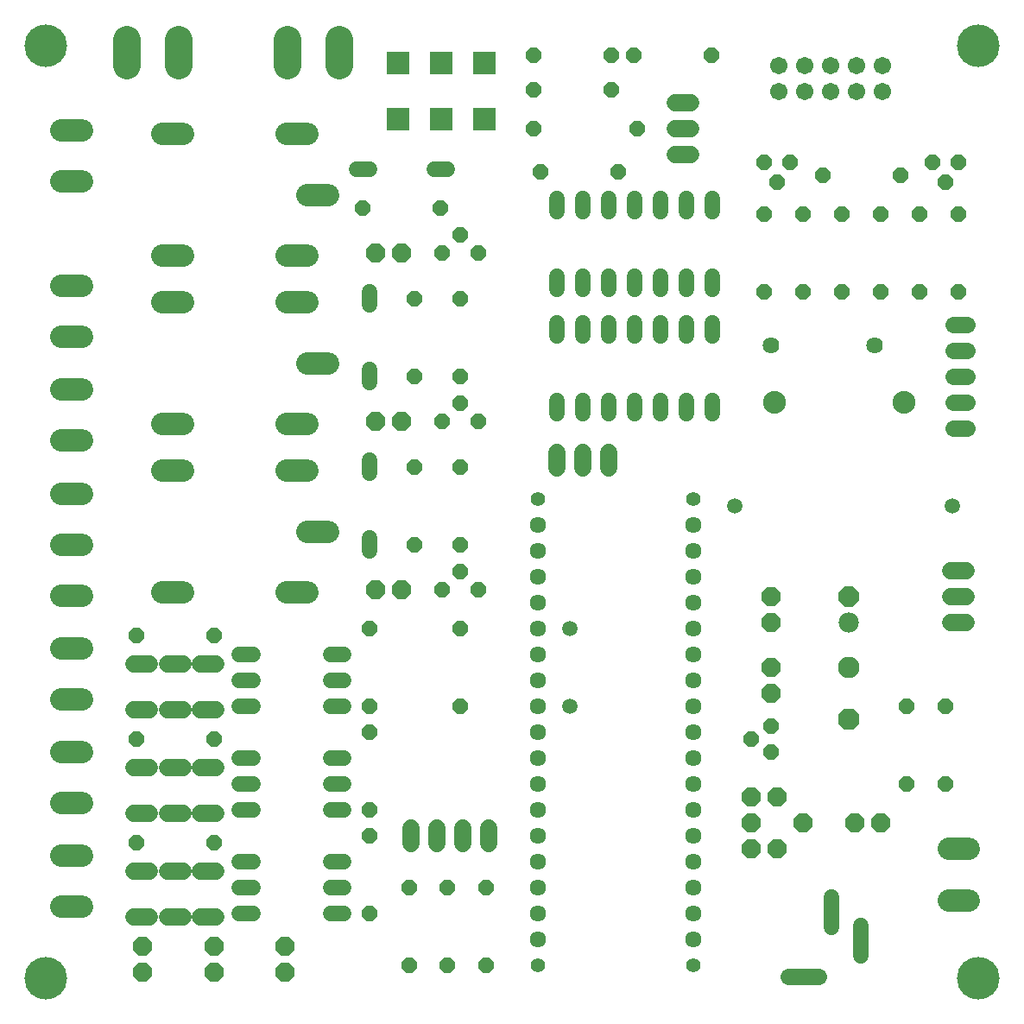
<source format=gbr>
G04 EAGLE Gerber X2 export*
%TF.Part,Single*%
%TF.FileFunction,Soldermask,Bot,1*%
%TF.FilePolarity,Negative*%
%TF.GenerationSoftware,Autodesk,EAGLE,8.6.3*%
%TF.CreationDate,2019-08-20T17:14:26Z*%
G75*
%MOMM*%
%FSLAX34Y34*%
%LPD*%
%AMOC8*
5,1,8,0,0,1.08239X$1,22.5*%
G01*
%ADD10C,4.171950*%
%ADD11P,2.144431X8X112.500000*%
%ADD12C,1.981200*%
%ADD13P,1.951982X8X292.500000*%
%ADD14C,2.108200*%
%ADD15P,2.281895X8X292.500000*%
%ADD16C,1.524000*%
%ADD17C,2.235200*%
%ADD18C,2.743200*%
%ADD19C,1.600200*%
%ADD20C,1.727200*%
%ADD21P,1.649562X8X112.500000*%
%ADD22C,2.184400*%
%ADD23P,2.034460X8X112.500000*%
%ADD24C,1.611200*%
%ADD25C,1.403200*%
%ADD26P,1.649562X8X22.500000*%
%ADD27P,1.649562X8X202.500000*%
%ADD28P,1.649562X8X292.500000*%
%ADD29P,1.649562X8X157.500000*%
%ADD30C,1.603200*%
%ADD31C,1.511200*%
%ADD32R,2.303200X2.303200*%
%ADD33P,2.034460X8X202.500000*%
%ADD34C,1.625600*%
%ADD35C,1.711200*%
%ADD36C,1.711200*%
%ADD37C,1.503200*%


D10*
X38100Y952500D03*
X952500Y952500D03*
X952500Y38100D03*
X38100Y38100D03*
D11*
X825500Y412750D03*
D12*
X825500Y387350D03*
D13*
X749300Y412750D03*
X749300Y387350D03*
X749300Y342900D03*
X749300Y317500D03*
D14*
X825500Y342900D03*
D15*
X825500Y292100D03*
D16*
X432054Y831850D02*
X418846Y831850D01*
X355854Y831850D02*
X342646Y831850D01*
D17*
X880110Y603250D03*
X753110Y603250D03*
D18*
X118110Y933450D02*
X118110Y958850D01*
X326390Y958850D02*
X326390Y933450D01*
X275590Y933450D02*
X275590Y958850D01*
X168910Y958850D02*
X168910Y933450D01*
D16*
X692150Y802894D02*
X692150Y789686D01*
X666750Y789686D02*
X666750Y802894D01*
X539750Y802894D02*
X539750Y789686D01*
X539750Y726694D02*
X539750Y713486D01*
X641350Y789686D02*
X641350Y802894D01*
X615950Y802894D02*
X615950Y789686D01*
X565150Y789686D02*
X565150Y802894D01*
X590550Y802894D02*
X590550Y789686D01*
X565150Y726694D02*
X565150Y713486D01*
X590550Y713486D02*
X590550Y726694D01*
X615950Y726694D02*
X615950Y713486D01*
X641350Y713486D02*
X641350Y726694D01*
X666750Y726694D02*
X666750Y713486D01*
X692150Y713486D02*
X692150Y726694D01*
D19*
X927735Y577850D02*
X941705Y577850D01*
X941705Y603250D02*
X927735Y603250D01*
X927735Y628650D02*
X941705Y628650D01*
X941705Y654050D02*
X927735Y654050D01*
X927735Y679450D02*
X941705Y679450D01*
D20*
X941070Y438150D02*
X925830Y438150D01*
X925830Y412750D02*
X941070Y412750D01*
X941070Y387350D02*
X925830Y387350D01*
D21*
X749300Y260350D03*
X730250Y273050D03*
X749300Y285750D03*
D22*
X314706Y806450D02*
X294894Y806450D01*
X294386Y866140D02*
X274574Y866140D01*
X274574Y746760D02*
X294386Y746760D01*
X172466Y746760D02*
X152654Y746760D01*
X152654Y866140D02*
X172466Y866140D01*
D23*
X273050Y44450D03*
X273050Y69850D03*
X203200Y44450D03*
X203200Y69850D03*
X133350Y44450D03*
X133350Y69850D03*
D24*
X520700Y76200D03*
X520700Y101600D03*
X520700Y127000D03*
X520700Y152400D03*
X520700Y177800D03*
X520700Y203200D03*
X520700Y228600D03*
X520700Y254000D03*
X520700Y279400D03*
X520700Y304800D03*
X520700Y330200D03*
X520700Y355600D03*
X520700Y381000D03*
X520700Y406400D03*
X520700Y431800D03*
X520700Y457200D03*
X520700Y482600D03*
X673100Y76200D03*
X673100Y101600D03*
X673100Y127000D03*
X673100Y152400D03*
X673100Y177800D03*
X673100Y203200D03*
X673100Y228600D03*
X673100Y254000D03*
X673100Y279400D03*
X673100Y304800D03*
X673100Y330200D03*
X673100Y355600D03*
X673100Y381000D03*
X673100Y406400D03*
X673100Y431800D03*
X673100Y457200D03*
X673100Y482600D03*
D25*
X520700Y50800D03*
X673100Y50800D03*
X520700Y508000D03*
X673100Y508000D03*
D16*
X241300Y355600D02*
X228092Y355600D01*
X228092Y330200D02*
X241300Y330200D01*
X317500Y330200D02*
X330708Y330200D01*
X330708Y355600D02*
X317500Y355600D01*
X241300Y304800D02*
X228092Y304800D01*
X317500Y304800D02*
X330708Y304800D01*
X241300Y254000D02*
X228092Y254000D01*
X228092Y228600D02*
X241300Y228600D01*
X317500Y228600D02*
X330708Y228600D01*
X330708Y254000D02*
X317500Y254000D01*
X241300Y203200D02*
X228092Y203200D01*
X317500Y203200D02*
X330708Y203200D01*
X241300Y152400D02*
X228092Y152400D01*
X228092Y127000D02*
X241300Y127000D01*
X317500Y127000D02*
X330708Y127000D01*
X330708Y152400D02*
X317500Y152400D01*
X241300Y101600D02*
X228092Y101600D01*
X317500Y101600D02*
X330708Y101600D01*
D21*
X469900Y50800D03*
X469900Y127000D03*
X444500Y628650D03*
X444500Y704850D03*
D26*
X127000Y374650D03*
X203200Y374650D03*
X523240Y829310D03*
X599440Y829310D03*
D27*
X690880Y943610D03*
X614680Y943610D03*
X618490Y871220D03*
X516890Y871220D03*
D26*
X127000Y273050D03*
X203200Y273050D03*
X127000Y171450D03*
X203200Y171450D03*
D28*
X355600Y381000D03*
X355600Y304800D03*
X355600Y279400D03*
X355600Y203200D03*
X355600Y177800D03*
X355600Y101600D03*
D26*
X516890Y943610D03*
X593090Y943610D03*
D27*
X593090Y909320D03*
X516890Y909320D03*
D21*
X394970Y50800D03*
X394970Y127000D03*
X431800Y50800D03*
X431800Y127000D03*
D29*
X462461Y749300D03*
X444500Y767261D03*
X426539Y749300D03*
D20*
X655320Y896620D02*
X670560Y896620D01*
X670560Y871220D02*
X655320Y871220D01*
X655320Y845820D02*
X670560Y845820D01*
D30*
X766050Y39900D02*
X780050Y39900D01*
D31*
X837050Y60360D02*
X837050Y73440D01*
X809050Y88360D02*
X809050Y101440D01*
D30*
X796050Y39900D02*
X782050Y39900D01*
D31*
X837050Y76360D02*
X837050Y89440D01*
X809050Y104360D02*
X809050Y117440D01*
D22*
X73406Y869696D02*
X53594Y869696D01*
X53594Y819404D02*
X73406Y819404D01*
X73406Y361696D02*
X53594Y361696D01*
X53594Y311404D02*
X73406Y311404D01*
X73406Y158496D02*
X53594Y158496D01*
X53594Y108204D02*
X73406Y108204D01*
X73406Y260096D02*
X53594Y260096D01*
X53594Y209804D02*
X73406Y209804D01*
D32*
X467890Y880640D03*
X425890Y880640D03*
X383890Y880640D03*
X383890Y935640D03*
X425890Y935640D03*
X467890Y935640D03*
D22*
X73406Y717296D02*
X53594Y717296D01*
X53594Y667004D02*
X73406Y667004D01*
X923544Y114554D02*
X943356Y114554D01*
X943356Y164846D02*
X923544Y164846D01*
D21*
X920750Y228600D03*
X920750Y304800D03*
D33*
X857250Y190500D03*
X831850Y190500D03*
D26*
X349250Y793750D03*
X425450Y793750D03*
D33*
X387350Y749300D03*
X361950Y749300D03*
D16*
X355600Y711454D02*
X355600Y698246D01*
X355600Y635254D02*
X355600Y622046D01*
D21*
X444500Y463550D03*
X444500Y539750D03*
D29*
X462461Y584200D03*
X444500Y602161D03*
X426539Y584200D03*
D22*
X314706Y641350D02*
X294894Y641350D01*
X294386Y701040D02*
X274574Y701040D01*
X274574Y581660D02*
X294386Y581660D01*
X172466Y581660D02*
X152654Y581660D01*
X152654Y701040D02*
X172466Y701040D01*
D21*
X400050Y628650D03*
X400050Y704850D03*
D33*
X387350Y584200D03*
X361950Y584200D03*
D34*
X749300Y659130D03*
X850900Y659130D03*
D27*
X742950Y838200D03*
X755650Y819150D03*
X768350Y838200D03*
X908050Y838200D03*
X920750Y819150D03*
X933450Y838200D03*
D21*
X857250Y711200D03*
X857250Y787400D03*
X819150Y711200D03*
X819150Y787400D03*
X933450Y711200D03*
X933450Y787400D03*
X895350Y711200D03*
X895350Y787400D03*
D27*
X876300Y825500D03*
X800100Y825500D03*
D28*
X781050Y787400D03*
X781050Y711200D03*
X742950Y787400D03*
X742950Y711200D03*
D35*
X858520Y933450D03*
X858520Y908050D03*
X833120Y933450D03*
X833120Y908050D03*
X807720Y933450D03*
X807720Y908050D03*
X782320Y933450D03*
X782320Y908050D03*
X756920Y933450D03*
X756920Y908050D03*
D23*
X755650Y165100D03*
X755650Y215900D03*
X781050Y190500D03*
X730250Y165100D03*
X730250Y215900D03*
X730250Y190500D03*
D28*
X882650Y304800D03*
X882650Y228600D03*
D20*
X205232Y301244D02*
X189992Y301244D01*
X189992Y346456D02*
X205232Y346456D01*
X140208Y301244D02*
X124968Y301244D01*
X124968Y346456D02*
X140208Y346456D01*
D36*
X157560Y301244D02*
X172640Y301244D01*
X172640Y346456D02*
X157560Y346456D01*
D20*
X189992Y199644D02*
X205232Y199644D01*
X205232Y244856D02*
X189992Y244856D01*
X140208Y199644D02*
X124968Y199644D01*
X124968Y244856D02*
X140208Y244856D01*
D36*
X157560Y199644D02*
X172640Y199644D01*
X172640Y244856D02*
X157560Y244856D01*
D20*
X189992Y98044D02*
X205232Y98044D01*
X205232Y143256D02*
X189992Y143256D01*
X140208Y98044D02*
X124968Y98044D01*
X124968Y143256D02*
X140208Y143256D01*
D36*
X157560Y98044D02*
X172640Y98044D01*
X172640Y143256D02*
X157560Y143256D01*
D16*
X355600Y533146D02*
X355600Y546354D01*
X355600Y470154D02*
X355600Y456946D01*
D21*
X444500Y304800D03*
X444500Y381000D03*
D29*
X462461Y419100D03*
X444500Y437061D03*
X426539Y419100D03*
D22*
X314706Y476250D02*
X294894Y476250D01*
X294386Y535940D02*
X274574Y535940D01*
X274574Y416560D02*
X294386Y416560D01*
X172466Y416560D02*
X152654Y416560D01*
X152654Y535940D02*
X172466Y535940D01*
D21*
X400050Y463550D03*
X400050Y539750D03*
D33*
X387350Y419100D03*
X361950Y419100D03*
D16*
X539750Y591566D02*
X539750Y604774D01*
X565150Y604774D02*
X565150Y591566D01*
X692150Y591566D02*
X692150Y604774D01*
X692150Y667766D02*
X692150Y680974D01*
X590550Y604774D02*
X590550Y591566D01*
X615950Y591566D02*
X615950Y604774D01*
X666750Y604774D02*
X666750Y591566D01*
X641350Y591566D02*
X641350Y604774D01*
X666750Y667766D02*
X666750Y680974D01*
X641350Y680974D02*
X641350Y667766D01*
X615950Y667766D02*
X615950Y680974D01*
X590550Y680974D02*
X590550Y667766D01*
X565150Y667766D02*
X565150Y680974D01*
X539750Y680974D02*
X539750Y667766D01*
D22*
X73406Y615696D02*
X53594Y615696D01*
X53594Y565404D02*
X73406Y565404D01*
X73406Y513588D02*
X53594Y513588D01*
X53594Y463550D02*
X73406Y463550D01*
X73406Y413512D02*
X53594Y413512D01*
D20*
X590550Y538480D02*
X590550Y553720D01*
X565150Y553720D02*
X565150Y538480D01*
X539750Y538480D02*
X539750Y553720D01*
X396240Y185420D02*
X396240Y170180D01*
X421640Y170180D02*
X421640Y185420D01*
X447040Y185420D02*
X447040Y170180D01*
X472440Y170180D02*
X472440Y185420D01*
D37*
X552450Y304800D03*
X713740Y501650D03*
X927100Y501650D03*
X552450Y381000D03*
M02*

</source>
